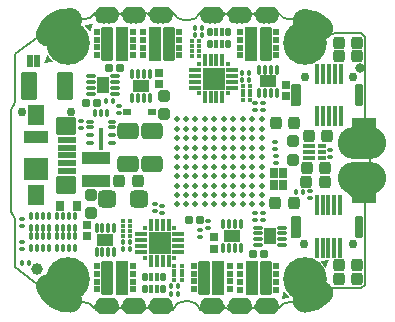
<source format=gbr>
G04 #@! TF.GenerationSoftware,KiCad,Pcbnew,6.0.4-6f826c9f35~116~ubuntu18.04.1*
G04 #@! TF.CreationDate,2022-03-27T23:14:13+02:00*
G04 #@! TF.ProjectId,ultimateFC,756c7469-6d61-4746-9546-432e6b696361,rev?*
G04 #@! TF.SameCoordinates,Original*
G04 #@! TF.FileFunction,Soldermask,Bot*
G04 #@! TF.FilePolarity,Negative*
%FSLAX46Y46*%
G04 Gerber Fmt 4.6, Leading zero omitted, Abs format (unit mm)*
G04 Created by KiCad (PCBNEW 6.0.4-6f826c9f35~116~ubuntu18.04.1) date 2022-03-27 23:14:13*
%MOMM*%
%LPD*%
G01*
G04 APERTURE LIST*
G04 Aperture macros list*
%AMRoundRect*
0 Rectangle with rounded corners*
0 $1 Rounding radius*
0 $2 $3 $4 $5 $6 $7 $8 $9 X,Y pos of 4 corners*
0 Add a 4 corners polygon primitive as box body*
4,1,4,$2,$3,$4,$5,$6,$7,$8,$9,$2,$3,0*
0 Add four circle primitives for the rounded corners*
1,1,$1+$1,$2,$3*
1,1,$1+$1,$4,$5*
1,1,$1+$1,$6,$7*
1,1,$1+$1,$8,$9*
0 Add four rect primitives between the rounded corners*
20,1,$1+$1,$2,$3,$4,$5,0*
20,1,$1+$1,$4,$5,$6,$7,0*
20,1,$1+$1,$6,$7,$8,$9,0*
20,1,$1+$1,$8,$9,$2,$3,0*%
%AMFreePoly0*
4,1,13,0.014884,0.386047,0.026047,0.374884,0.346047,-0.185116,0.348943,-0.207893,0.334884,-0.226047,0.320000,-0.230000,-0.320000,-0.230000,-0.341213,-0.221213,-0.350000,-0.200000,-0.346047,-0.185116,-0.026047,0.374884,-0.007894,0.388943,0.014884,0.386047,0.014884,0.386047,$1*%
G04 Aperture macros list end*
%ADD10C,2.000000*%
G04 #@! TA.AperFunction,Profile*
%ADD11C,0.200000*%
G04 #@! TD*
%ADD12C,3.700000*%
%ADD13O,0.500000X0.500000*%
%ADD14O,2.100000X1.400000*%
%ADD15O,3.100000X2.100000*%
%ADD16O,4.100000X2.700000*%
%ADD17RoundRect,0.050000X-1.000000X-1.000000X1.000000X-1.000000X1.000000X1.000000X-1.000000X1.000000X0*%
%ADD18RoundRect,0.050000X0.000000X-0.353553X0.353553X0.000000X0.000000X0.353553X-0.353553X0.000000X0*%
%ADD19FreePoly0,305.000000*%
%ADD20FreePoly0,135.000000*%
%ADD21FreePoly0,130.000000*%
%ADD22FreePoly0,70.000000*%
%ADD23C,0.750000*%
%ADD24RoundRect,0.268750X-0.218750X-0.256250X0.218750X-0.256250X0.218750X0.256250X-0.218750X0.256250X0*%
%ADD25RoundRect,0.268750X-0.256250X0.218750X-0.256250X-0.218750X0.256250X-0.218750X0.256250X0.218750X0*%
%ADD26RoundRect,0.050000X-0.225000X0.225000X-0.225000X-0.225000X0.225000X-0.225000X0.225000X0.225000X0*%
%ADD27RoundRect,0.050000X-0.450000X1.380000X-0.450000X-1.380000X0.450000X-1.380000X0.450000X1.380000X0*%
%ADD28RoundRect,0.050000X-0.485000X1.380000X-0.485000X-1.380000X0.485000X-1.380000X0.485000X1.380000X0*%
%ADD29RoundRect,0.197500X0.172500X-0.147500X0.172500X0.147500X-0.172500X0.147500X-0.172500X-0.147500X0*%
%ADD30RoundRect,0.112500X0.062500X-0.287500X0.062500X0.287500X-0.062500X0.287500X-0.062500X-0.287500X0*%
%ADD31RoundRect,0.050000X0.650000X-0.450000X0.650000X0.450000X-0.650000X0.450000X-0.650000X-0.450000X0*%
%ADD32RoundRect,0.112500X0.287500X0.062500X-0.287500X0.062500X-0.287500X-0.062500X0.287500X-0.062500X0*%
%ADD33RoundRect,0.050000X0.450000X0.650000X-0.450000X0.650000X-0.450000X-0.650000X0.450000X-0.650000X0*%
%ADD34RoundRect,0.050000X0.225000X-0.225000X0.225000X0.225000X-0.225000X0.225000X-0.225000X-0.225000X0*%
%ADD35RoundRect,0.050000X0.450000X-1.380000X0.450000X1.380000X-0.450000X1.380000X-0.450000X-1.380000X0*%
%ADD36RoundRect,0.050000X0.485000X-1.380000X0.485000X1.380000X-0.485000X1.380000X-0.485000X-1.380000X0*%
%ADD37RoundRect,0.197500X0.147500X0.172500X-0.147500X0.172500X-0.147500X-0.172500X0.147500X-0.172500X0*%
%ADD38RoundRect,0.300000X-0.625000X0.375000X-0.625000X-0.375000X0.625000X-0.375000X0.625000X0.375000X0*%
%ADD39RoundRect,0.197500X-0.147500X-0.172500X0.147500X-0.172500X0.147500X0.172500X-0.147500X0.172500X0*%
%ADD40RoundRect,0.125000X0.125000X-0.075000X0.125000X0.075000X-0.125000X0.075000X-0.125000X-0.075000X0*%
%ADD41RoundRect,0.300000X-0.450000X-0.425000X0.450000X-0.425000X0.450000X0.425000X-0.450000X0.425000X0*%
%ADD42RoundRect,0.268750X0.256250X-0.218750X0.256250X0.218750X-0.256250X0.218750X-0.256250X-0.218750X0*%
%ADD43RoundRect,0.050000X-1.150000X0.425000X-1.150000X-0.425000X1.150000X-0.425000X1.150000X0.425000X0*%
%ADD44RoundRect,0.112500X-0.237500X0.062500X-0.237500X-0.062500X0.237500X-0.062500X0.237500X0.062500X0*%
%ADD45RoundRect,0.112500X0.062500X0.237500X-0.062500X0.237500X-0.062500X-0.237500X0.062500X-0.237500X0*%
%ADD46RoundRect,0.112500X-0.062500X-0.850000X0.062500X-0.850000X0.062500X0.850000X-0.062500X0.850000X0*%
%ADD47RoundRect,0.300000X0.412500X0.925000X-0.412500X0.925000X-0.412500X-0.925000X0.412500X-0.925000X0*%
%ADD48RoundRect,0.080000X-0.120000X0.220000X-0.120000X-0.220000X0.120000X-0.220000X0.120000X0.220000X0*%
%ADD49RoundRect,0.080000X0.120000X-0.220000X0.120000X0.220000X-0.120000X0.220000X-0.120000X-0.220000X0*%
%ADD50RoundRect,0.197500X-0.172500X0.147500X-0.172500X-0.147500X0.172500X-0.147500X0.172500X0.147500X0*%
%ADD51RoundRect,0.125000X-0.125000X0.075000X-0.125000X-0.075000X0.125000X-0.075000X0.125000X0.075000X0*%
%ADD52RoundRect,0.130000X0.320000X0.820000X-0.320000X0.820000X-0.320000X-0.820000X0.320000X-0.820000X0*%
%ADD53RoundRect,0.105000X-0.220000X-0.845000X0.220000X-0.845000X0.220000X0.845000X-0.220000X0.845000X0*%
%ADD54RoundRect,0.080000X0.120000X0.770000X-0.120000X0.770000X-0.120000X-0.770000X0.120000X-0.770000X0*%
%ADD55RoundRect,0.080000X-0.120000X-0.770000X0.120000X-0.770000X0.120000X0.770000X-0.120000X0.770000X0*%
%ADD56RoundRect,0.070000X0.130000X-0.080000X0.130000X0.080000X-0.130000X0.080000X-0.130000X-0.080000X0*%
%ADD57RoundRect,0.070000X-0.130000X0.080000X-0.130000X-0.080000X0.130000X-0.080000X0.130000X0.080000X0*%
%ADD58RoundRect,0.050000X-0.150000X0.150000X-0.150000X-0.150000X0.150000X-0.150000X0.150000X0.150000X0*%
%ADD59RoundRect,0.050000X-0.150000X0.450000X-0.150000X-0.450000X0.150000X-0.450000X0.150000X0.450000X0*%
%ADD60RoundRect,0.050000X0.450000X0.150000X-0.450000X0.150000X-0.450000X-0.150000X0.450000X-0.150000X0*%
%ADD61RoundRect,0.050000X-0.900000X0.900000X-0.900000X-0.900000X0.900000X-0.900000X0.900000X0.900000X0*%
%ADD62RoundRect,0.112500X-0.062500X0.287500X-0.062500X-0.287500X0.062500X-0.287500X0.062500X0.287500X0*%
%ADD63RoundRect,0.050000X-0.650000X0.450000X-0.650000X-0.450000X0.650000X-0.450000X0.650000X0.450000X0*%
%ADD64RoundRect,0.112500X-0.287500X-0.062500X0.287500X-0.062500X0.287500X0.062500X-0.287500X0.062500X0*%
%ADD65RoundRect,0.050000X-0.450000X-0.650000X0.450000X-0.650000X0.450000X0.650000X-0.450000X0.650000X0*%
%ADD66RoundRect,0.050000X0.690000X-0.225000X0.690000X0.225000X-0.690000X0.225000X-0.690000X-0.225000X0*%
%ADD67RoundRect,0.121250X0.703750X-0.641250X0.703750X0.641250X-0.703750X0.641250X-0.703750X-0.641250X0*%
%ADD68RoundRect,0.050000X0.950000X-0.500000X0.950000X0.500000X-0.950000X0.500000X-0.950000X-0.500000X0*%
%ADD69RoundRect,0.050000X0.950000X-0.900000X0.950000X0.900000X-0.950000X0.900000X-0.950000X-0.900000X0*%
%ADD70RoundRect,0.050000X0.650000X-0.825000X0.650000X0.825000X-0.650000X0.825000X-0.650000X-0.825000X0*%
%ADD71RoundRect,0.050000X0.150000X-0.150000X0.150000X0.150000X-0.150000X0.150000X-0.150000X-0.150000X0*%
%ADD72RoundRect,0.050000X0.150000X-0.450000X0.150000X0.450000X-0.150000X0.450000X-0.150000X-0.450000X0*%
%ADD73RoundRect,0.050000X-0.450000X-0.150000X0.450000X-0.150000X0.450000X0.150000X-0.450000X0.150000X0*%
%ADD74RoundRect,0.050000X0.900000X-0.900000X0.900000X0.900000X-0.900000X0.900000X-0.900000X-0.900000X0*%
%ADD75C,1.000000*%
%ADD76RoundRect,0.268750X0.218750X0.256250X-0.218750X0.256250X-0.218750X-0.256250X0.218750X-0.256250X0*%
%ADD77RoundRect,0.125000X0.075000X0.125000X-0.075000X0.125000X-0.075000X-0.125000X0.075000X-0.125000X0*%
%ADD78RoundRect,0.125000X-0.075000X-0.125000X0.075000X-0.125000X0.075000X0.125000X-0.075000X0.125000X0*%
%ADD79RoundRect,0.050000X0.200000X-0.250000X0.200000X0.250000X-0.200000X0.250000X-0.200000X-0.250000X0*%
%ADD80RoundRect,0.050000X0.150000X-0.250000X0.150000X0.250000X-0.150000X0.250000X-0.150000X-0.250000X0*%
%ADD81RoundRect,0.050000X-0.200000X0.250000X-0.200000X-0.250000X0.200000X-0.250000X0.200000X0.250000X0*%
%ADD82RoundRect,0.050000X-0.150000X0.250000X-0.150000X-0.250000X0.150000X-0.250000X0.150000X0.250000X0*%
%ADD83RoundRect,0.050000X0.300000X0.375000X-0.300000X0.375000X-0.300000X-0.375000X0.300000X-0.375000X0*%
%ADD84RoundRect,0.050000X-0.300000X-0.350000X0.300000X-0.350000X0.300000X0.350000X-0.300000X0.350000X0*%
%ADD85RoundRect,0.050000X0.200000X0.500000X-0.200000X0.500000X-0.200000X-0.500000X0.200000X-0.500000X0*%
%ADD86C,0.500000*%
%ADD87RoundRect,0.100000X0.250000X0.075000X-0.250000X0.075000X-0.250000X-0.075000X0.250000X-0.075000X0*%
%ADD88RoundRect,0.090000X0.460000X0.060000X-0.460000X0.060000X-0.460000X-0.060000X0.460000X-0.060000X0*%
%ADD89RoundRect,0.050000X0.300000X0.225000X-0.300000X0.225000X-0.300000X-0.225000X0.300000X-0.225000X0*%
%ADD90C,0.800000*%
G04 APERTURE END LIST*
D10*
X193900024Y-60799980D02*
G75*
G03*
X192498992Y-60155317I-1401324J-1200720D01*
G01*
X192500000Y-83850004D02*
G75*
G03*
X193901008Y-83205317I-300J1845304D01*
G01*
X170760111Y-82614891D02*
G75*
G03*
X172641421Y-83838478I1739389J616291D01*
G01*
X172631284Y-60076407D02*
G75*
G03*
X170750000Y-61300000I-141884J-1839893D01*
G01*
D11*
X198000000Y-73000000D02*
X196820000Y-73000000D01*
X196820000Y-74600000D02*
X197020000Y-74600000D01*
X197020000Y-74600000D02*
X197600000Y-74600000D01*
X196020000Y-73800000D02*
G75*
G03*
X196820000Y-74600000I800000J0D01*
G01*
X196820000Y-73000000D02*
G75*
G03*
X196020000Y-73800000I0J-800000D01*
G01*
X180080000Y-59950000D02*
X180570000Y-59949602D01*
X180570000Y-59949600D02*
G75*
G03*
X180820000Y-59699602I0J250000D01*
G01*
X180820000Y-59400000D02*
X181340000Y-59400000D01*
X180820000Y-59400000D02*
X180820000Y-59699602D01*
X179819800Y-59700000D02*
G75*
G03*
X180080000Y-59950000I250200J0D01*
G01*
X196820000Y-69400000D02*
G75*
G03*
X196020000Y-70200000I0J-800000D01*
G01*
X197020000Y-69400000D02*
X197600000Y-69400000D01*
X196820000Y-69400000D02*
X197020000Y-69400000D01*
X182700000Y-60100000D02*
X182300000Y-60100000D01*
X181367432Y-59460994D02*
X181340000Y-59400000D01*
X181367432Y-59460994D02*
G75*
G03*
X182300000Y-60100000I932568J360994D01*
G01*
X179820000Y-59400000D02*
X179470000Y-59400000D01*
X179820000Y-59400000D02*
X179820000Y-59699602D01*
X179170000Y-59560555D02*
G75*
G03*
X179470000Y-59400000I0J360555D01*
G01*
X178260000Y-59949999D02*
G75*
G03*
X178520199Y-59700000I10000J249999D01*
G01*
X178260000Y-59950000D02*
X177780000Y-59950000D01*
X178520001Y-59400000D02*
X178520000Y-59699602D01*
X175960000Y-59949999D02*
G75*
G03*
X176220199Y-59700000I10000J249999D01*
G01*
X176220001Y-59400000D02*
X176220000Y-59699601D01*
X177519800Y-59700000D02*
G75*
G03*
X177780000Y-59950000I250200J0D01*
G01*
X177520000Y-59400000D02*
X177520000Y-59699602D01*
X175220000Y-59400000D02*
X175220000Y-59699602D01*
X175960000Y-59950000D02*
X175480000Y-59950000D01*
X175219800Y-59700000D02*
G75*
G03*
X175480000Y-59950000I250200J0D01*
G01*
X174698768Y-59536778D02*
X174675268Y-59549435D01*
X178520001Y-59400000D02*
X178870000Y-59400000D01*
X178869999Y-59400000D02*
G75*
G03*
X179169999Y-59560556I300001J200000D01*
G01*
X177520000Y-59400000D02*
X177170000Y-59400000D01*
X176870000Y-59560555D02*
G75*
G03*
X177170000Y-59400000I0J360555D01*
G01*
X176220001Y-59400000D02*
X176570000Y-59400000D01*
X176569999Y-59400000D02*
G75*
G03*
X176869999Y-59560556I300001J200000D01*
G01*
X174698768Y-59536778D02*
G75*
G03*
X174870001Y-59400000I-128768J336778D01*
G01*
X175220000Y-59400000D02*
X174870001Y-59400000D01*
X184180000Y-59400000D02*
X183660000Y-59400000D01*
X184920000Y-59949999D02*
G75*
G03*
X185180199Y-59700000I10000J249999D01*
G01*
X184180000Y-59400000D02*
X184180000Y-59699602D01*
X184179999Y-59699602D02*
G75*
G03*
X184430001Y-59949601I250001J2D01*
G01*
X184920000Y-59950000D02*
X184430000Y-59949602D01*
X185180000Y-59400000D02*
X185530000Y-59400000D01*
X185530000Y-59400000D02*
G75*
G03*
X185830000Y-59560555I300000J200000D01*
G01*
X185180000Y-59400000D02*
X185180000Y-59699601D01*
X188779999Y-59400000D02*
X188780000Y-59699601D01*
X186479800Y-59700000D02*
G75*
G03*
X186740000Y-59950000I250200J0D01*
G01*
X187480000Y-59400000D02*
X187480000Y-59699602D01*
X186740000Y-59950000D02*
X187219999Y-59950000D01*
X187219999Y-59949998D02*
G75*
G03*
X187480198Y-59700000I10001J249998D01*
G01*
X186479999Y-59400000D02*
X186480000Y-59699601D01*
X188779800Y-59700000D02*
G75*
G03*
X189040000Y-59950000I250200J0D01*
G01*
X189780000Y-59400000D02*
X189780000Y-59699602D01*
X189040000Y-59950000D02*
X189520000Y-59950000D01*
X186479999Y-59400000D02*
X186130000Y-59400000D01*
X189780000Y-59400000D02*
X190129999Y-59400000D01*
X188130001Y-59560555D02*
G75*
G03*
X188430000Y-59400000I-1J360555D01*
G01*
X189520000Y-59949999D02*
G75*
G03*
X189780199Y-59700000I10000J249999D01*
G01*
X187830000Y-59400000D02*
G75*
G03*
X188130001Y-59560555I300000J200000D01*
G01*
X187480000Y-59400000D02*
X187830000Y-59400000D01*
X190301232Y-59536777D02*
X190324732Y-59549435D01*
X185830002Y-59560555D02*
G75*
G03*
X186130000Y-59400000I-2J360555D01*
G01*
X190129999Y-59400000D02*
G75*
G03*
X190301232Y-59536778I300001J200000D01*
G01*
X188779999Y-59400000D02*
X188430000Y-59400000D01*
X183632567Y-59460994D02*
X183660000Y-59400000D01*
X182700000Y-60100000D02*
G75*
G03*
X183632568Y-59460994I0J1000000D01*
G01*
X180820000Y-84600000D02*
X181340000Y-84600000D01*
X180080000Y-84050001D02*
G75*
G03*
X179819801Y-84300000I-10000J-249999D01*
G01*
X180820000Y-84600000D02*
X180820000Y-84300398D01*
X180820002Y-84300398D02*
G75*
G03*
X180570000Y-84050398I-250002J-2D01*
G01*
X180080000Y-84050000D02*
X180570000Y-84050398D01*
X179820000Y-84600000D02*
X179470000Y-84600000D01*
X179470000Y-84600000D02*
G75*
G03*
X179170000Y-84439445I-300000J-200000D01*
G01*
X179820000Y-84600000D02*
X179820000Y-84300398D01*
X176220001Y-84600000D02*
X176220000Y-84300399D01*
X178520200Y-84300000D02*
G75*
G03*
X178260000Y-84050000I-250200J0D01*
G01*
X177520000Y-84600000D02*
X177520000Y-84300398D01*
X178260000Y-84050000D02*
X177780000Y-84050000D01*
X177780000Y-84050001D02*
G75*
G03*
X177519801Y-84300000I-10000J-249999D01*
G01*
X178520001Y-84600000D02*
X178520000Y-84300398D01*
X176220200Y-84300000D02*
G75*
G03*
X175960000Y-84050000I-250200J0D01*
G01*
X175220000Y-84600000D02*
X175220000Y-84300398D01*
X175960000Y-84050000D02*
X175480000Y-84050000D01*
X178520001Y-84600000D02*
X178870000Y-84600000D01*
X175220000Y-84600000D02*
X174870001Y-84600000D01*
X176869999Y-84439445D02*
G75*
G03*
X176570000Y-84600000I1J-360555D01*
G01*
X175480000Y-84050001D02*
G75*
G03*
X175219801Y-84300000I-10000J-249999D01*
G01*
X177170000Y-84600000D02*
G75*
G03*
X176870000Y-84439445I-300000J-200000D01*
G01*
X177520000Y-84600000D02*
X177170000Y-84600000D01*
X174698768Y-84463222D02*
X174675268Y-84450565D01*
X179169999Y-84439445D02*
G75*
G03*
X178870000Y-84600000I1J-360555D01*
G01*
X174870001Y-84600000D02*
G75*
G03*
X174698768Y-84463222I-300001J-200000D01*
G01*
X176220001Y-84600000D02*
X176570000Y-84600000D01*
X184180000Y-84600000D02*
X184180000Y-84300398D01*
X188779999Y-84600000D02*
X188780000Y-84300399D01*
X187480200Y-84300000D02*
G75*
G03*
X187219999Y-84050000I-250200J0D01*
G01*
X185180000Y-84600000D02*
X185180000Y-84300399D01*
X186740000Y-84050000D02*
X187219999Y-84050000D01*
X186479999Y-84600000D02*
X186480000Y-84300399D01*
X189040000Y-84050001D02*
G75*
G03*
X188779801Y-84300000I-10000J-249999D01*
G01*
X190301232Y-84463222D02*
G75*
G03*
X190129999Y-84600000I128768J-336778D01*
G01*
X186740000Y-84050001D02*
G75*
G03*
X186479801Y-84300000I-10000J-249999D01*
G01*
X189780000Y-84600000D02*
X190129999Y-84600000D01*
X188130001Y-84439445D02*
G75*
G03*
X187830000Y-84600000I-1J-360555D01*
G01*
X185830000Y-84439445D02*
G75*
G03*
X185530000Y-84600000I0J-360555D01*
G01*
X187480000Y-84600000D02*
X187480000Y-84300398D01*
X184430001Y-84050400D02*
G75*
G03*
X184180000Y-84300398I-1J-250000D01*
G01*
X188779999Y-84600000D02*
X188430000Y-84600000D01*
X188430001Y-84600000D02*
G75*
G03*
X188130001Y-84439444I-300001J-200000D01*
G01*
X189780200Y-84300000D02*
G75*
G03*
X189520000Y-84050000I-250200J0D01*
G01*
X184920000Y-84050000D02*
X184430000Y-84050398D01*
X184180000Y-84600000D02*
X183660000Y-84600000D01*
X187480000Y-84600000D02*
X187830000Y-84600000D01*
X186130001Y-84600000D02*
G75*
G03*
X185830002Y-84439444I-300001J-200000D01*
G01*
X183632568Y-84539006D02*
G75*
G03*
X182700000Y-83900000I-932568J-360994D01*
G01*
X185180200Y-84300000D02*
G75*
G03*
X184920000Y-84050000I-250200J0D01*
G01*
X189780000Y-84600000D02*
X189780000Y-84300398D01*
X189040000Y-84050000D02*
X189520000Y-84050000D01*
X186479999Y-84600000D02*
X186130000Y-84600000D01*
X190301232Y-84463223D02*
X190324732Y-84450565D01*
X185180000Y-84600000D02*
X185530000Y-84600000D01*
X183632567Y-84539006D02*
X183660000Y-84600000D01*
X181367432Y-84539006D02*
X181340000Y-84600000D01*
X182300000Y-83900000D02*
G75*
G03*
X181367432Y-84539006I0J-1000000D01*
G01*
X182700000Y-83900000D02*
X182300000Y-83900000D01*
X191250326Y-83968348D02*
G75*
G03*
X190324732Y-84450565I-50626J-1032252D01*
G01*
X195072693Y-82785418D02*
G75*
G03*
X194750000Y-82750000I-323893J-1463282D01*
G01*
X192624881Y-83994654D02*
X191250328Y-83968303D01*
X197600000Y-82500000D02*
X197300000Y-82800000D01*
X193403000Y-83584694D02*
X193469647Y-83471754D01*
X197600000Y-74600000D02*
X197600000Y-82500000D01*
X195150000Y-82800000D02*
X197300000Y-82800000D01*
X195072691Y-82785428D02*
X195150000Y-82800000D01*
X194750000Y-82749942D02*
G75*
G03*
X193469647Y-83471754I1300J-1498758D01*
G01*
X192624881Y-83994657D02*
G75*
G03*
X193403000Y-83584694I-21881J984957D01*
G01*
X171600020Y-83574985D02*
G75*
G03*
X172300790Y-83956406I771280J582585D01*
G01*
X172300002Y-60043627D02*
G75*
G03*
X171600000Y-60425000I71298J-963973D01*
G01*
X168000000Y-63000000D02*
X170250000Y-61250000D01*
X171531783Y-60529123D02*
X171600000Y-60425000D01*
X168000000Y-63000000D02*
X168000000Y-66750000D01*
X167600000Y-67700000D02*
X167600000Y-72150000D01*
X172300790Y-83956406D02*
X173799998Y-83967062D01*
X167706139Y-67555170D02*
G75*
G03*
X168000000Y-66750000I-956139J805170D01*
G01*
X171531783Y-83470877D02*
X171600000Y-83575000D01*
X168000000Y-81000000D02*
X170250000Y-82750000D01*
X174675305Y-84450540D02*
G75*
G03*
X173799998Y-83967062I-875005J-550060D01*
G01*
X172300790Y-60043594D02*
X173799998Y-60032938D01*
X171531783Y-83470877D02*
G75*
G03*
X170250000Y-82750000I-1281783J-779123D01*
G01*
X167600000Y-67700000D02*
X167706139Y-67555170D01*
X170250000Y-61250000D02*
G75*
G03*
X171531783Y-60529123I0J1500000D01*
G01*
X167600000Y-76300001D02*
X167600000Y-72150000D01*
X168000000Y-77250001D02*
G75*
G03*
X167706139Y-76444831I-1250000J1D01*
G01*
X168000000Y-81000000D02*
X168000000Y-77250001D01*
X167600000Y-76300001D02*
X167706139Y-76444831D01*
X173800000Y-60032894D02*
G75*
G03*
X174675268Y-59549437I300J1033494D01*
G01*
X192624881Y-60005346D02*
X191250328Y-60031697D01*
X198000000Y-71000000D02*
X196820000Y-71000000D01*
X193469697Y-60528216D02*
G75*
G03*
X194750000Y-61250000I1281603J776916D01*
G01*
X197600000Y-61500000D02*
X197300000Y-61200000D01*
X190324694Y-59549459D02*
G75*
G03*
X191250328Y-60031697I875006J550059D01*
G01*
X198000000Y-71000000D02*
X198000000Y-73000000D01*
X195072691Y-61214572D02*
X195150000Y-61200000D01*
X193403000Y-60415306D02*
X193469647Y-60528246D01*
X195150000Y-61200000D02*
X197300000Y-61200000D01*
X197600000Y-69400000D02*
X197600000Y-61500000D01*
X196020000Y-70200000D02*
G75*
G03*
X196820000Y-71000000I800000J0D01*
G01*
X194750000Y-61249990D02*
G75*
G03*
X195072691Y-61214572I-1200J1498690D01*
G01*
X193402998Y-60415307D02*
G75*
G03*
X192624881Y-60005346I-799998J-574993D01*
G01*
D10*
X193900024Y-60799980D02*
G75*
G03*
X192498992Y-60155317I-1401324J-1200720D01*
G01*
X192500000Y-83850004D02*
G75*
G03*
X193901008Y-83205317I-300J1845304D01*
G01*
X170760111Y-82614891D02*
G75*
G03*
X172641421Y-83838478I1739389J616291D01*
G01*
X172631284Y-60076407D02*
G75*
G03*
X170750000Y-61300000I-141884J-1839893D01*
G01*
D11*
X198000000Y-73000000D02*
X196820000Y-73000000D01*
X196820000Y-74600000D02*
X197020000Y-74600000D01*
X197020000Y-74600000D02*
X197600000Y-74600000D01*
X196020000Y-73800000D02*
G75*
G03*
X196820000Y-74600000I800000J0D01*
G01*
X196820000Y-73000000D02*
G75*
G03*
X196020000Y-73800000I0J-800000D01*
G01*
X180080000Y-59950000D02*
X180570000Y-59949602D01*
X180570000Y-59949600D02*
G75*
G03*
X180820000Y-59699602I0J250000D01*
G01*
X180820000Y-59400000D02*
X181340000Y-59400000D01*
X180820000Y-59400000D02*
X180820000Y-59699602D01*
X179819800Y-59700000D02*
G75*
G03*
X180080000Y-59950000I250200J0D01*
G01*
X196820000Y-69400000D02*
G75*
G03*
X196020000Y-70200000I0J-800000D01*
G01*
X197020000Y-69400000D02*
X197600000Y-69400000D01*
X196820000Y-69400000D02*
X197020000Y-69400000D01*
X182700000Y-60100000D02*
X182300000Y-60100000D01*
X181367432Y-59460994D02*
X181340000Y-59400000D01*
X181367432Y-59460994D02*
G75*
G03*
X182300000Y-60100000I932568J360994D01*
G01*
X179820000Y-59400000D02*
X179470000Y-59400000D01*
X179820000Y-59400000D02*
X179820000Y-59699602D01*
X179170000Y-59560555D02*
G75*
G03*
X179470000Y-59400000I0J360555D01*
G01*
X178260000Y-59949999D02*
G75*
G03*
X178520199Y-59700000I10000J249999D01*
G01*
X178260000Y-59950000D02*
X177780000Y-59950000D01*
X178520001Y-59400000D02*
X178520000Y-59699602D01*
X175960000Y-59949999D02*
G75*
G03*
X176220199Y-59700000I10000J249999D01*
G01*
X176220001Y-59400000D02*
X176220000Y-59699601D01*
X177519800Y-59700000D02*
G75*
G03*
X177780000Y-59950000I250200J0D01*
G01*
X177520000Y-59400000D02*
X177520000Y-59699602D01*
X175220000Y-59400000D02*
X175220000Y-59699602D01*
X175960000Y-59950000D02*
X175480000Y-59950000D01*
X175219800Y-59700000D02*
G75*
G03*
X175480000Y-59950000I250200J0D01*
G01*
X174698768Y-59536778D02*
X174675268Y-59549435D01*
X178520001Y-59400000D02*
X178870000Y-59400000D01*
X178869999Y-59400000D02*
G75*
G03*
X179169999Y-59560556I300001J200000D01*
G01*
X177520000Y-59400000D02*
X177170000Y-59400000D01*
X176870000Y-59560555D02*
G75*
G03*
X177170000Y-59400000I0J360555D01*
G01*
X176220001Y-59400000D02*
X176570000Y-59400000D01*
X176569999Y-59400000D02*
G75*
G03*
X176869999Y-59560556I300001J200000D01*
G01*
X174698768Y-59536778D02*
G75*
G03*
X174870001Y-59400000I-128768J336778D01*
G01*
X175220000Y-59400000D02*
X174870001Y-59400000D01*
X184180000Y-59400000D02*
X183660000Y-59400000D01*
X184920000Y-59949999D02*
G75*
G03*
X185180199Y-59700000I10000J249999D01*
G01*
X184180000Y-59400000D02*
X184180000Y-59699602D01*
X184179999Y-59699602D02*
G75*
G03*
X184430001Y-59949601I250001J2D01*
G01*
X184920000Y-59950000D02*
X184430000Y-59949602D01*
X185180000Y-59400000D02*
X185530000Y-59400000D01*
X185530000Y-59400000D02*
G75*
G03*
X185830000Y-59560555I300000J200000D01*
G01*
X185180000Y-59400000D02*
X185180000Y-59699601D01*
X188779999Y-59400000D02*
X188780000Y-59699601D01*
X186479800Y-59700000D02*
G75*
G03*
X186740000Y-59950000I250200J0D01*
G01*
X187480000Y-59400000D02*
X187480000Y-59699602D01*
X186740000Y-59950000D02*
X187219999Y-59950000D01*
X187219999Y-59949998D02*
G75*
G03*
X187480198Y-59700000I10001J249998D01*
G01*
X186479999Y-59400000D02*
X186480000Y-59699601D01*
X188779800Y-59700000D02*
G75*
G03*
X189040000Y-59950000I250200J0D01*
G01*
X189780000Y-59400000D02*
X189780000Y-59699602D01*
X189040000Y-59950000D02*
X189520000Y-59950000D01*
X186479999Y-59400000D02*
X186130000Y-59400000D01*
X189780000Y-59400000D02*
X190129999Y-59400000D01*
X188130001Y-59560555D02*
G75*
G03*
X188430000Y-59400000I-1J360555D01*
G01*
X189520000Y-59949999D02*
G75*
G03*
X189780199Y-59700000I10000J249999D01*
G01*
X187830000Y-59400000D02*
G75*
G03*
X188130001Y-59560555I300000J200000D01*
G01*
X187480000Y-59400000D02*
X187830000Y-59400000D01*
X190301232Y-59536777D02*
X190324732Y-59549435D01*
X185830002Y-59560555D02*
G75*
G03*
X186130000Y-59400000I-2J360555D01*
G01*
X190129999Y-59400000D02*
G75*
G03*
X190301232Y-59536778I300001J200000D01*
G01*
X188779999Y-59400000D02*
X188430000Y-59400000D01*
X183632567Y-59460994D02*
X183660000Y-59400000D01*
X182700000Y-60100000D02*
G75*
G03*
X183632568Y-59460994I0J1000000D01*
G01*
X180820000Y-84600000D02*
X181340000Y-84600000D01*
X180080000Y-84050001D02*
G75*
G03*
X179819801Y-84300000I-10000J-249999D01*
G01*
X180820000Y-84600000D02*
X180820000Y-84300398D01*
X180820002Y-84300398D02*
G75*
G03*
X180570000Y-84050398I-250002J-2D01*
G01*
X180080000Y-84050000D02*
X180570000Y-84050398D01*
X179820000Y-84600000D02*
X179470000Y-84600000D01*
X179470000Y-84600000D02*
G75*
G03*
X179170000Y-84439445I-300000J-200000D01*
G01*
X179820000Y-84600000D02*
X179820000Y-84300398D01*
X176220001Y-84600000D02*
X176220000Y-84300399D01*
X178520200Y-84300000D02*
G75*
G03*
X178260000Y-84050000I-250200J0D01*
G01*
X177520000Y-84600000D02*
X177520000Y-84300398D01*
X178260000Y-84050000D02*
X177780000Y-84050000D01*
X177780000Y-84050001D02*
G75*
G03*
X177519801Y-84300000I-10000J-249999D01*
G01*
X178520001Y-84600000D02*
X178520000Y-84300398D01*
X176220200Y-84300000D02*
G75*
G03*
X175960000Y-84050000I-250200J0D01*
G01*
X175220000Y-84600000D02*
X175220000Y-84300398D01*
X175960000Y-84050000D02*
X175480000Y-84050000D01*
X178520001Y-84600000D02*
X178870000Y-84600000D01*
X175220000Y-84600000D02*
X174870001Y-84600000D01*
X176869999Y-84439445D02*
G75*
G03*
X176570000Y-84600000I1J-360555D01*
G01*
X175480000Y-84050001D02*
G75*
G03*
X175219801Y-84300000I-10000J-249999D01*
G01*
X177170000Y-84600000D02*
G75*
G03*
X176870000Y-84439445I-300000J-200000D01*
G01*
X177520000Y-84600000D02*
X177170000Y-84600000D01*
X174698768Y-84463222D02*
X174675268Y-84450565D01*
X179169999Y-84439445D02*
G75*
G03*
X178870000Y-84600000I1J-360555D01*
G01*
X174870001Y-84600000D02*
G75*
G03*
X174698768Y-84463222I-300001J-200000D01*
G01*
X176220001Y-84600000D02*
X176570000Y-84600000D01*
X184180000Y-84600000D02*
X184180000Y-84300398D01*
X188779999Y-84600000D02*
X188780000Y-84300399D01*
X187480200Y-84300000D02*
G75*
G03*
X187219999Y-84050000I-250200J0D01*
G01*
X185180000Y-84600000D02*
X185180000Y-84300399D01*
X186740000Y-84050000D02*
X187219999Y-84050000D01*
X186479999Y-84600000D02*
X186480000Y-84300399D01*
X189040000Y-84050001D02*
G75*
G03*
X188779801Y-84300000I-10000J-249999D01*
G01*
X190301232Y-84463222D02*
G75*
G03*
X190129999Y-84600000I128768J-336778D01*
G01*
X186740000Y-84050001D02*
G75*
G03*
X186479801Y-84300000I-10000J-249999D01*
G01*
X189780000Y-84600000D02*
X190129999Y-84600000D01*
X188130001Y-84439445D02*
G75*
G03*
X187830000Y-84600000I-1J-360555D01*
G01*
X185830000Y-84439445D02*
G75*
G03*
X185530000Y-84600000I0J-360555D01*
G01*
X187480000Y-84600000D02*
X187480000Y-84300398D01*
X184430001Y-84050400D02*
G75*
G03*
X184180000Y-84300398I-1J-250000D01*
G01*
X188779999Y-84600000D02*
X188430000Y-84600000D01*
X188430001Y-84600000D02*
G75*
G03*
X188130001Y-84439444I-300001J-200000D01*
G01*
X189780200Y-84300000D02*
G75*
G03*
X189520000Y-84050000I-250200J0D01*
G01*
X184920000Y-84050000D02*
X184430000Y-84050398D01*
X184180000Y-84600000D02*
X183660000Y-84600000D01*
X187480000Y-84600000D02*
X187830000Y-84600000D01*
X186130001Y-84600000D02*
G75*
G03*
X185830002Y-84439444I-300001J-200000D01*
G01*
X183632568Y-84539006D02*
G75*
G03*
X182700000Y-83900000I-932568J-360994D01*
G01*
X185180200Y-84300000D02*
G75*
G03*
X184920000Y-84050000I-250200J0D01*
G01*
X189780000Y-84600000D02*
X189780000Y-84300398D01*
X189040000Y-84050000D02*
X189520000Y-84050000D01*
X186479999Y-84600000D02*
X186130000Y-84600000D01*
X190301232Y-84463223D02*
X190324732Y-84450565D01*
X185180000Y-84600000D02*
X185530000Y-84600000D01*
X183632567Y-84539006D02*
X183660000Y-84600000D01*
X181367432Y-84539006D02*
X181340000Y-84600000D01*
X182300000Y-83900000D02*
G75*
G03*
X181367432Y-84539006I0J-1000000D01*
G01*
X182700000Y-83900000D02*
X182300000Y-83900000D01*
X191250326Y-83968348D02*
G75*
G03*
X190324732Y-84450565I-50626J-1032252D01*
G01*
X195072693Y-82785418D02*
G75*
G03*
X194750000Y-82750000I-323893J-1463282D01*
G01*
X192624881Y-83994654D02*
X191250328Y-83968303D01*
X197600000Y-82500000D02*
X197300000Y-82800000D01*
X193403000Y-83584694D02*
X193469647Y-83471754D01*
X197600000Y-74600000D02*
X197600000Y-82500000D01*
X195150000Y-82800000D02*
X197300000Y-82800000D01*
X195072691Y-82785428D02*
X195150000Y-82800000D01*
X194750000Y-82749942D02*
G75*
G03*
X193469647Y-83471754I1300J-1498758D01*
G01*
X192624881Y-83994657D02*
G75*
G03*
X193403000Y-83584694I-21881J984957D01*
G01*
X171600020Y-83574985D02*
G75*
G03*
X172300790Y-83956406I771280J582585D01*
G01*
X172300002Y-60043627D02*
G75*
G03*
X171600000Y-60425000I71298J-963973D01*
G01*
X168000000Y-63000000D02*
X170250000Y-61250000D01*
X171531783Y-60529123D02*
X171600000Y-60425000D01*
X168000000Y-63000000D02*
X168000000Y-66750000D01*
X167600000Y-67700000D02*
X167600000Y-72150000D01*
X172300790Y-83956406D02*
X173799998Y-83967062D01*
X167706139Y-67555170D02*
G75*
G03*
X168000000Y-66750000I-956139J805170D01*
G01*
X171531783Y-83470877D02*
X171600000Y-83575000D01*
X168000000Y-81000000D02*
X170250000Y-82750000D01*
X174675305Y-84450540D02*
G75*
G03*
X173799998Y-83967062I-875005J-550060D01*
G01*
X172300790Y-60043594D02*
X173799998Y-60032938D01*
X171531783Y-83470877D02*
G75*
G03*
X170250000Y-82750000I-1281783J-779123D01*
G01*
X167600000Y-67700000D02*
X167706139Y-67555170D01*
X170250000Y-61250000D02*
G75*
G03*
X171531783Y-60529123I0J1500000D01*
G01*
X167600000Y-76300001D02*
X167600000Y-72150000D01*
X168000000Y-77250001D02*
G75*
G03*
X167706139Y-76444831I-1250000J1D01*
G01*
X168000000Y-81000000D02*
X168000000Y-77250001D01*
X167600000Y-76300001D02*
X167706139Y-76444831D01*
X173800000Y-60032894D02*
G75*
G03*
X174675268Y-59549437I300J1033494D01*
G01*
X192624881Y-60005346D02*
X191250328Y-60031697D01*
X198000000Y-71000000D02*
X196820000Y-71000000D01*
X193469697Y-60528216D02*
G75*
G03*
X194750000Y-61250000I1281603J776916D01*
G01*
X197600000Y-61500000D02*
X197300000Y-61200000D01*
X190324694Y-59549459D02*
G75*
G03*
X191250328Y-60031697I875006J550059D01*
G01*
X198000000Y-71000000D02*
X198000000Y-73000000D01*
X195072691Y-61214572D02*
X195150000Y-61200000D01*
X193403000Y-60415306D02*
X193469647Y-60528246D01*
X195150000Y-61200000D02*
X197300000Y-61200000D01*
X197600000Y-69400000D02*
X197600000Y-61500000D01*
X196020000Y-70200000D02*
G75*
G03*
X196820000Y-71000000I800000J0D01*
G01*
X194750000Y-61249990D02*
G75*
G03*
X195072691Y-61214572I-1200J1498690D01*
G01*
X193402998Y-60415307D02*
G75*
G03*
X192624881Y-60005346I-799998J-574993D01*
G01*
D12*
X172500000Y-82000000D03*
X172500000Y-62000000D03*
D13*
X185280000Y-60050000D03*
D14*
X184680000Y-59700000D03*
D13*
X184880000Y-60150000D03*
X185480000Y-59700000D03*
X184480000Y-60150000D03*
X184080000Y-60050000D03*
X183880000Y-59700000D03*
X187580000Y-60050000D03*
X187180000Y-60150000D03*
X186380000Y-60050000D03*
D14*
X186980000Y-59700000D03*
D13*
X186780000Y-60150000D03*
X187780000Y-59700000D03*
X186180000Y-59700000D03*
X190080000Y-59700000D03*
X189480000Y-60150000D03*
X189880000Y-60050000D03*
X188480000Y-59700000D03*
X188680000Y-60050000D03*
D14*
X189280000Y-59700000D03*
D13*
X189080000Y-60150000D03*
D15*
X197350000Y-73800000D03*
D16*
X197350000Y-73500000D03*
D17*
X197550000Y-74600000D03*
D18*
X196550000Y-74700000D03*
X196550000Y-74700000D03*
D13*
X179520000Y-84300000D03*
X181120000Y-84300000D03*
X179720000Y-83950000D03*
X180520000Y-83850000D03*
X180120000Y-83850000D03*
D14*
X180320000Y-84300000D03*
D13*
X180920000Y-83950000D03*
X178220000Y-83850000D03*
D14*
X178020000Y-84300000D03*
D13*
X177420000Y-83950000D03*
X178620000Y-83950000D03*
X177820000Y-83850000D03*
X178820000Y-84300000D03*
X177220000Y-84300000D03*
X175920000Y-83850000D03*
X175520000Y-83850000D03*
X174920000Y-84300000D03*
D14*
X175720000Y-84300000D03*
D13*
X175120000Y-83950000D03*
X176520000Y-84300000D03*
X176320000Y-83950000D03*
D19*
X194241808Y-80665736D03*
D20*
X190807071Y-83442929D03*
D21*
X170807660Y-63443572D03*
D22*
X174259397Y-60653420D03*
D23*
X172700000Y-67900000D03*
X168600000Y-67900000D03*
D12*
X192500000Y-82000000D03*
D24*
X192822500Y-69880000D03*
X194397500Y-69880000D03*
X192650000Y-73760000D03*
X194225000Y-73760000D03*
X192675000Y-72610000D03*
X194250000Y-72610000D03*
D25*
X191540000Y-70345000D03*
X191540000Y-71920000D03*
D26*
X181890000Y-61130000D03*
X181890000Y-61780000D03*
X181890000Y-63080000D03*
D27*
X181014000Y-62105000D03*
D26*
X181890000Y-62430000D03*
D28*
X179799000Y-62105000D03*
D26*
X178818000Y-63080000D03*
X178818000Y-62430000D03*
X178818000Y-61780000D03*
X178818000Y-61130000D03*
D29*
X180160000Y-65515000D03*
X180160000Y-64545000D03*
D30*
X179420000Y-66650000D03*
X178920000Y-66650000D03*
X178420000Y-66650000D03*
X177920000Y-66650000D03*
X177920000Y-64650000D03*
X178420000Y-64650000D03*
X178920000Y-64650000D03*
X179420000Y-64650000D03*
D31*
X178670000Y-65650000D03*
D32*
X176440000Y-64850000D03*
X176440000Y-65350000D03*
X176440000Y-65850000D03*
X176440000Y-66350000D03*
X174440000Y-66350000D03*
X174440000Y-65850000D03*
X174440000Y-65350000D03*
X174440000Y-64850000D03*
D33*
X175440000Y-65600000D03*
D34*
X174900000Y-63050000D03*
X174900000Y-62400000D03*
D35*
X175776000Y-62075000D03*
D34*
X174900000Y-61100000D03*
X174900000Y-61750000D03*
D36*
X176991000Y-62075000D03*
D34*
X177972000Y-61100000D03*
X177972000Y-62400000D03*
X177972000Y-61750000D03*
X177972000Y-63050000D03*
D37*
X176900000Y-64150000D03*
X175930000Y-64150000D03*
D13*
X175120000Y-60050000D03*
X175520000Y-60150000D03*
X174920000Y-59700000D03*
X176320000Y-60050000D03*
X175920000Y-60150000D03*
X176520000Y-59700000D03*
D14*
X175720000Y-59700000D03*
X180320000Y-59700000D03*
D13*
X179520000Y-59700000D03*
X179720000Y-60050000D03*
X180520000Y-60150000D03*
X180120000Y-60150000D03*
X180920000Y-60050000D03*
X181120000Y-59700000D03*
X177220000Y-59700000D03*
X178620000Y-60050000D03*
X178820000Y-59700000D03*
D14*
X178020000Y-59700000D03*
D13*
X178220000Y-60150000D03*
X177420000Y-60050000D03*
X177820000Y-60150000D03*
D38*
X177550000Y-69500000D03*
X177550000Y-72300000D03*
X179550000Y-69500000D03*
X179550000Y-72300000D03*
D39*
X173950000Y-67100000D03*
X174920000Y-67100000D03*
D40*
X173600000Y-69200000D03*
X173600000Y-68600000D03*
D24*
X176775000Y-73749999D03*
X178350000Y-73749999D03*
D41*
X175750000Y-75250000D03*
X178450000Y-75250000D03*
D25*
X180625000Y-66475000D03*
X180625000Y-68050000D03*
D42*
X174375000Y-76462500D03*
X174375000Y-74887500D03*
D43*
X174800000Y-71775000D03*
X174800000Y-73725000D03*
D44*
X174350000Y-70475000D03*
X174350000Y-69825000D03*
X174350000Y-69175000D03*
X174350000Y-68675000D03*
D45*
X174750000Y-67950000D03*
X175250000Y-67950000D03*
X175750000Y-67950000D03*
D44*
X176150000Y-68675000D03*
X176150000Y-69175000D03*
X176150000Y-69825000D03*
X176150000Y-70475000D03*
D46*
X175250000Y-70138000D03*
D47*
X172237500Y-65700000D03*
X169162500Y-65700000D03*
D48*
X173050000Y-79400000D03*
X171550000Y-78400000D03*
X172550000Y-78400000D03*
X172050000Y-79400000D03*
X173050000Y-78400000D03*
X171550000Y-79400000D03*
X172050000Y-78400000D03*
X172550000Y-79400000D03*
D49*
X170350000Y-78400000D03*
X169850000Y-79400000D03*
X170850000Y-79400000D03*
X169350000Y-78400000D03*
X170850000Y-78400000D03*
X169350000Y-79400000D03*
X170350000Y-79400000D03*
X169850000Y-78400000D03*
D50*
X184850000Y-78485000D03*
X184850000Y-79455000D03*
D39*
X188100000Y-79860000D03*
X189070000Y-79860000D03*
D49*
X170850000Y-77700000D03*
X169850000Y-77700000D03*
X169350000Y-76700000D03*
X170350000Y-76700000D03*
X170350000Y-77700000D03*
X170850000Y-76700000D03*
X169850000Y-76700000D03*
X169350000Y-77700000D03*
D51*
X183650000Y-77845000D03*
X183650000Y-78445000D03*
D29*
X190880000Y-66530000D03*
X190880000Y-65560000D03*
D51*
X190050000Y-71600000D03*
X190050000Y-72200000D03*
D50*
X174060000Y-77435000D03*
X174060000Y-78405000D03*
D24*
X190055000Y-68820000D03*
X191630000Y-68820000D03*
X189992500Y-75540000D03*
X191567500Y-75540000D03*
D52*
X191760000Y-77570000D03*
D53*
X197110000Y-77570000D03*
D23*
X192460000Y-79070000D03*
D54*
X195510000Y-79370000D03*
D23*
X196560000Y-79070000D03*
D54*
X195010000Y-79370000D03*
X194510000Y-79370000D03*
X194010000Y-79370000D03*
X193510000Y-79370000D03*
D55*
X193510000Y-75770000D03*
X194010000Y-75770000D03*
X194510000Y-75770000D03*
X195010000Y-75770000D03*
X195510000Y-75770000D03*
D52*
X191800000Y-66425000D03*
D53*
X197100000Y-66425000D03*
D23*
X196600000Y-64925000D03*
D55*
X193550000Y-64625000D03*
D23*
X192500000Y-64925000D03*
D55*
X194050000Y-64625000D03*
X194550000Y-64625000D03*
X195050000Y-64625000D03*
X195550000Y-64625000D03*
D54*
X195550000Y-68225000D03*
X195050000Y-68225000D03*
X194550000Y-68225000D03*
X194050000Y-68225000D03*
X193550000Y-68225000D03*
D56*
X182930000Y-63100000D03*
X182930000Y-62700000D03*
D57*
X182930000Y-62300000D03*
X182930000Y-61900000D03*
X183530000Y-61900000D03*
X183530000Y-62300000D03*
D56*
X183530000Y-62700000D03*
X183530000Y-63100000D03*
D57*
X187870000Y-65660000D03*
X187870000Y-66060000D03*
D56*
X187870000Y-66460000D03*
X187870000Y-66860000D03*
X187270000Y-66860000D03*
X187270000Y-66460000D03*
D57*
X187270000Y-66060000D03*
X187270000Y-65660000D03*
X182070000Y-80900000D03*
X182070000Y-81300000D03*
D56*
X182070000Y-81700000D03*
X182070000Y-82100000D03*
X181470000Y-82100000D03*
X181470000Y-81700000D03*
D57*
X181470000Y-81300000D03*
X181470000Y-80900000D03*
D56*
X177130000Y-78340000D03*
X177130000Y-77940000D03*
D57*
X177130000Y-77540000D03*
X177130000Y-77140000D03*
X177730000Y-77140000D03*
X177730000Y-77540000D03*
D56*
X177730000Y-77940000D03*
X177730000Y-78340000D03*
D13*
X184480000Y-83850000D03*
X184880000Y-83850000D03*
X185280000Y-83950000D03*
D14*
X184680000Y-84300000D03*
D13*
X183880000Y-84300000D03*
X185480000Y-84300000D03*
X184080000Y-83950000D03*
D14*
X186980000Y-84300000D03*
D13*
X187180000Y-83850000D03*
X186180000Y-84300000D03*
X186780000Y-83850000D03*
X186380000Y-83950000D03*
X187780000Y-84300000D03*
X187580000Y-83950000D03*
D16*
X197350000Y-70500000D03*
D17*
X197550000Y-69400000D03*
D15*
X197350000Y-70200000D03*
D13*
X188680000Y-83950000D03*
X190080000Y-84300000D03*
X189080000Y-83850000D03*
X189880000Y-83950000D03*
X188480000Y-84300000D03*
D14*
X189280000Y-84300000D03*
D13*
X189480000Y-83850000D03*
D58*
X183530000Y-63800000D03*
D59*
X184030000Y-63500000D03*
X184530000Y-63500000D03*
X185030000Y-63500000D03*
X185530000Y-63500000D03*
D58*
X186030000Y-63800000D03*
D60*
X186330000Y-64300000D03*
X186330000Y-64800000D03*
X186330000Y-65300000D03*
X186330000Y-65800000D03*
D58*
X186030000Y-66300000D03*
D59*
X185530000Y-66600000D03*
X185030000Y-66600000D03*
X184530000Y-66600000D03*
X184030000Y-66600000D03*
D58*
X183530000Y-66300000D03*
D60*
X183230000Y-65800000D03*
X183230000Y-65300000D03*
X183230000Y-64800000D03*
X183230000Y-64300000D03*
D61*
X184780000Y-65050000D03*
D62*
X185570000Y-77350000D03*
X186070000Y-77350000D03*
X186570000Y-77350000D03*
X187070000Y-77350000D03*
X187070000Y-79350000D03*
X186570000Y-79350000D03*
X186070000Y-79350000D03*
X185570000Y-79350000D03*
D63*
X186320000Y-78350000D03*
D34*
X183110000Y-82870000D03*
X183110000Y-82220000D03*
X183110000Y-80920000D03*
X183110000Y-81570000D03*
D35*
X183986000Y-81895000D03*
D36*
X185201000Y-81895000D03*
D34*
X186182000Y-80920000D03*
X186182000Y-81570000D03*
X186182000Y-82220000D03*
X186182000Y-82870000D03*
D64*
X188550000Y-79150000D03*
X188550000Y-78650000D03*
X188550000Y-78150000D03*
X188550000Y-77650000D03*
X190550000Y-77650000D03*
X190550000Y-78150000D03*
X190550000Y-78650000D03*
X190550000Y-79150000D03*
D65*
X189550000Y-78400000D03*
D30*
X190120000Y-66280000D03*
X189620000Y-66280000D03*
X189120000Y-66280000D03*
X188620000Y-66280000D03*
X188620000Y-64280000D03*
X189120000Y-64280000D03*
X189620000Y-64280000D03*
X190120000Y-64280000D03*
D31*
X189370000Y-65280000D03*
D26*
X190080000Y-61110000D03*
X190080000Y-62410000D03*
D27*
X189204000Y-62085000D03*
D26*
X190080000Y-61760000D03*
X190080000Y-63060000D03*
D28*
X187989000Y-62085000D03*
D26*
X187008000Y-61760000D03*
X187008000Y-62410000D03*
X187008000Y-63060000D03*
X187008000Y-61110000D03*
D62*
X174880000Y-77720000D03*
X175380000Y-77720000D03*
X175880000Y-77720000D03*
X176380000Y-77720000D03*
X176380000Y-79720000D03*
X175880000Y-79720000D03*
X175380000Y-79720000D03*
X174880000Y-79720000D03*
D63*
X175630000Y-78720000D03*
D34*
X174920000Y-82890000D03*
X174920000Y-80940000D03*
D35*
X175796000Y-81915000D03*
D34*
X174920000Y-81590000D03*
X174920000Y-82240000D03*
D36*
X177011000Y-81915000D03*
D34*
X177992000Y-82240000D03*
X177992000Y-80940000D03*
X177992000Y-81590000D03*
X177992000Y-82890000D03*
D48*
X172550000Y-76700000D03*
X172050000Y-77700000D03*
X171550000Y-76700000D03*
X173050000Y-77700000D03*
X172050000Y-76700000D03*
X172550000Y-77700000D03*
X173050000Y-76700000D03*
X171550000Y-77700000D03*
D66*
X172395000Y-72827500D03*
X172395000Y-72177500D03*
X172395000Y-71527500D03*
X172395000Y-70877500D03*
X172395000Y-70227500D03*
D67*
X172310000Y-69040000D03*
D68*
X169735000Y-69977500D03*
D67*
X172310000Y-74015000D03*
D69*
X169735000Y-72677500D03*
D70*
X169735000Y-68152500D03*
X169735000Y-74902500D03*
D39*
X182665000Y-77050000D03*
X183635000Y-77050000D03*
D71*
X181470000Y-80200000D03*
D72*
X180970000Y-80500000D03*
X180470000Y-80500000D03*
X179970000Y-80500000D03*
X179470000Y-80500000D03*
D71*
X178970000Y-80200000D03*
D73*
X178670000Y-79700000D03*
X178670000Y-79200000D03*
X178670000Y-78700000D03*
X178670000Y-78200000D03*
D71*
X178970000Y-77700000D03*
D72*
X179470000Y-77400000D03*
X179970000Y-77400000D03*
X180470000Y-77400000D03*
X180970000Y-77400000D03*
D71*
X181470000Y-77700000D03*
D73*
X181770000Y-78200000D03*
X181770000Y-78700000D03*
X181770000Y-79200000D03*
X181770000Y-79700000D03*
D74*
X180220000Y-78950000D03*
D75*
X169875000Y-81200000D03*
D24*
X195362500Y-82000000D03*
X196937500Y-82000000D03*
D76*
X196937500Y-63150000D03*
X195362500Y-63150000D03*
X196940000Y-80850000D03*
X195365000Y-80850000D03*
X196937500Y-62000000D03*
X195362500Y-62000000D03*
D51*
X176775000Y-67375000D03*
X176775000Y-67975000D03*
D77*
X176275000Y-66975000D03*
X175675000Y-66975000D03*
D40*
X168550000Y-77550000D03*
X168550000Y-76950000D03*
D77*
X169160000Y-80630000D03*
X168560000Y-80630000D03*
D40*
X168600000Y-79500000D03*
X168600000Y-78900000D03*
D77*
X183830000Y-61360000D03*
X183230000Y-61360000D03*
X183820000Y-60760000D03*
X183220000Y-60760000D03*
X187820000Y-65160000D03*
X187220000Y-65160000D03*
X187820000Y-64560000D03*
X187220000Y-64560000D03*
D51*
X192910000Y-74590000D03*
X192910000Y-75190000D03*
D40*
X194625000Y-71700000D03*
X194625000Y-71100000D03*
D78*
X181170000Y-82640000D03*
X181770000Y-82640000D03*
X181170000Y-83240000D03*
X181770000Y-83240000D03*
X177140000Y-78840000D03*
X177740000Y-78840000D03*
X177150000Y-79440000D03*
X177750000Y-79440000D03*
D51*
X184350000Y-77105000D03*
X184350000Y-77705000D03*
X189950000Y-70390000D03*
X189950000Y-70990000D03*
D79*
X185980000Y-62130000D03*
D80*
X185480000Y-62130000D03*
X184980000Y-62130000D03*
D79*
X184480000Y-62130000D03*
X184480000Y-61130000D03*
D80*
X184980000Y-61130000D03*
X185480000Y-61130000D03*
D79*
X185980000Y-61130000D03*
D81*
X179020000Y-81870000D03*
D82*
X179520000Y-81870000D03*
X180020000Y-81870000D03*
D81*
X180520000Y-81870000D03*
X180520000Y-82870000D03*
D82*
X180020000Y-82870000D03*
X179520000Y-82870000D03*
D81*
X179020000Y-82870000D03*
D83*
X190700000Y-73035000D03*
X190700000Y-74085000D03*
X189900000Y-74085000D03*
X189900000Y-73035000D03*
D51*
X188940000Y-67140000D03*
X188940000Y-67740000D03*
D40*
X188930000Y-77010000D03*
X188930000Y-76410000D03*
D51*
X188330000Y-67140000D03*
X188330000Y-67740000D03*
D40*
X188330000Y-77010000D03*
X188330000Y-76410000D03*
X179840000Y-76280000D03*
X179840000Y-75680000D03*
X180450000Y-76430000D03*
X180450000Y-75830000D03*
D84*
X173200000Y-75800000D03*
X171800000Y-75800000D03*
D85*
X169800000Y-63550000D03*
X169200000Y-63550000D03*
D86*
X181650000Y-68500000D03*
X181650000Y-69300000D03*
X181650000Y-70100000D03*
X181650000Y-70900000D03*
X181650000Y-71700000D03*
X181650000Y-72500000D03*
X181650000Y-73300000D03*
X181650000Y-74100000D03*
X181650000Y-74900000D03*
X181650000Y-75700000D03*
X182450000Y-68500000D03*
X182450000Y-69300000D03*
X182450000Y-70100000D03*
X182450000Y-70900000D03*
X182450000Y-71700000D03*
X182450000Y-72500000D03*
X182450000Y-73300000D03*
X182450000Y-74100000D03*
X182450000Y-74900000D03*
X182450000Y-75700000D03*
X183250000Y-68500000D03*
X183250000Y-69300000D03*
X183250000Y-70100000D03*
X183250000Y-70900000D03*
X183250000Y-71700000D03*
X183250000Y-72500000D03*
X183250000Y-73300000D03*
X183250000Y-74100000D03*
X183250000Y-74900000D03*
X183250000Y-75700000D03*
X184050000Y-68500000D03*
X184050000Y-69300000D03*
X184050000Y-70100000D03*
X184050000Y-70900000D03*
X184050000Y-71700000D03*
X184050000Y-72500000D03*
X184050000Y-73300000D03*
X184050000Y-74100000D03*
X184050000Y-74900000D03*
X184050000Y-75700000D03*
X184850000Y-68500000D03*
X184850000Y-69300000D03*
X184850000Y-70100000D03*
X184850000Y-70900000D03*
X184850000Y-71700000D03*
X184850000Y-72500000D03*
X184850000Y-73300000D03*
X184850000Y-74100000D03*
X184850000Y-74900000D03*
X184850000Y-75700000D03*
X185650000Y-68500000D03*
X185650000Y-69300000D03*
X185650000Y-70100000D03*
X185650000Y-70900000D03*
X185650000Y-71700000D03*
X185650000Y-72500000D03*
X185650000Y-73300000D03*
X185650000Y-74100000D03*
X185650000Y-74900000D03*
X185650000Y-75700000D03*
X186450000Y-68500000D03*
X186450000Y-69300000D03*
X186450000Y-70100000D03*
X186450000Y-70900000D03*
X186450000Y-71700000D03*
X186450000Y-72500000D03*
X186450000Y-73300000D03*
X186450000Y-74100000D03*
X186450000Y-74900000D03*
X186450000Y-75700000D03*
X187250000Y-68500000D03*
X187250000Y-69300000D03*
X187250000Y-70100000D03*
X187250000Y-70900000D03*
X187250000Y-71700000D03*
X187250000Y-72500000D03*
X187250000Y-73300000D03*
X187250000Y-74100000D03*
X187250000Y-74900000D03*
X187250000Y-75700000D03*
X188050000Y-68500000D03*
X188050000Y-69300000D03*
X188050000Y-70100000D03*
X188050000Y-70900000D03*
X188050000Y-71700000D03*
X188050000Y-72500000D03*
X188050000Y-73300000D03*
X188050000Y-74100000D03*
X188050000Y-74900000D03*
X188050000Y-75700000D03*
X188850000Y-68500000D03*
X188850000Y-69300000D03*
X188850000Y-70100000D03*
X188850000Y-70900000D03*
X188850000Y-71700000D03*
X188850000Y-72500000D03*
X188850000Y-73300000D03*
X188850000Y-74100000D03*
X188850000Y-74900000D03*
X188850000Y-75700000D03*
D78*
X191750000Y-74660000D03*
X192350000Y-74660000D03*
D87*
X193950000Y-70725000D03*
X193950000Y-71225000D03*
X193950000Y-71725000D03*
D88*
X192850000Y-71725000D03*
X192850000Y-71225000D03*
X192850000Y-70725000D03*
D89*
X179575000Y-67875000D03*
X177475000Y-67875000D03*
D26*
X190100000Y-80950000D03*
X190100000Y-82250000D03*
X190100000Y-82900000D03*
D27*
X189224000Y-81925000D03*
D26*
X190100000Y-81600000D03*
D28*
X188009000Y-81925000D03*
D26*
X187028000Y-81600000D03*
X187028000Y-82250000D03*
X187028000Y-82900000D03*
X187028000Y-80950000D03*
D90*
X197150000Y-64175000D03*
D12*
X192500000Y-62000000D03*
M02*

</source>
